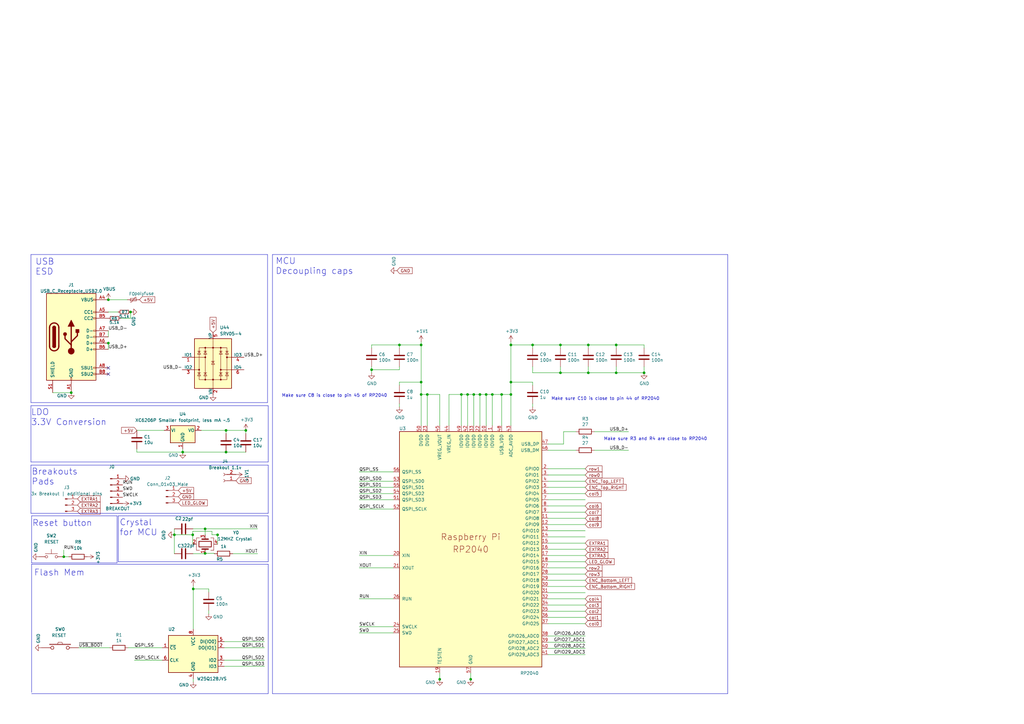
<source format=kicad_sch>
(kicad_sch (version 20230121) (generator eeschema)
  (paper "A3")
  (title_block (title "Rp2040 __template__") (date "2020-12-18") (rev "REV 0.1") (company "scattered_lenity.space"))
  (lib_symbols
    (symbol "Connector:Conn_01x02_Female" (pin_names (offset 1.016) hide)
      (property "Reference" "J" (at 0 2.54 0))
      (property "Value" "Conn_01x02_Female" (at 0 -5.08 0))
      (symbol "Conn_01x02_Female_1_1"
        (pin passive line (at -5.08 0 0) (length 3.81) (name "Pin_1") (number "1"))
        (pin passive line (at -5.08 -2.54 0) (length 3.81) (name "Pin_2") (number "2"))
      )
    )
    (symbol "Connector:Conn_01x03_Male" (pin_names (offset 1.016) hide)
      (property "Reference" "J" (at 0 5.08 0))
      (property "Value" "Conn_01x03_Male" (at 0 -5.08 0))
      (symbol "Conn_01x03_Male_1_1"
        (pin passive line (at 5.08 2.54 180) (length 3.81) (name "Pin_1") (number "1"))
        (pin passive line (at 5.08 0 180) (length 3.81) (name "Pin_2") (number "2"))
        (pin passive line (at 5.08 -2.54 180) (length 3.81) (name "Pin_3") (number "3"))
      )
    )
    (symbol "Connector:Conn_01x05_Male" (pin_names (offset 1.016) hide)
      (property "Reference" "J" (at 0 7.62 0))
      (property "Value" "Conn_01x05_Male" (at 0 -7.62 0))
      (symbol "Conn_01x05_Male_1_1"
        (pin passive line (at 5.08 5.08 180) (length 3.81) (name "Pin_1") (number "1"))
        (pin passive line (at 5.08 2.54 180) (length 3.81) (name "Pin_2") (number "2"))
        (pin passive line (at 5.08 0 180) (length 3.81) (name "Pin_3") (number "3"))
        (pin passive line (at 5.08 -2.54 180) (length 3.81) (name "Pin_4") (number "4"))
        (pin passive line (at 5.08 -5.08 180) (length 3.81) (name "Pin_5") (number "5"))
      )
    )
    (symbol "Connector:USB_C_Receptacle_USB2.0" (pin_names (offset 1.016))
      (property "Reference" "J" (at -10.16 19.05 0))
      (property "Value" "USB_C_Receptacle_USB2.0" (at 19.05 19.05 0))
      (symbol "USB_C_Receptacle_USB2.0_1_1"
        (pin passive line (at 0 -22.86 90) (length 5.08) (name "GND") (number "A1"))
        (pin passive line (at 0 -22.86 90) (length 5.08) hide (name "GND") (number "A12"))
        (pin passive line (at 15.24 15.24 180) (length 5.08) (name "VBUS") (number "A4"))
        (pin bidirectional line (at 15.24 10.16 180) (length 5.08) (name "CC1") (number "A5"))
        (pin bidirectional line (at 15.24 -2.54 180) (length 5.08) (name "D+") (number "A6"))
        (pin bidirectional line (at 15.24 2.54 180) (length 5.08) (name "D-") (number "A7"))
        (pin bidirectional line (at 15.24 -12.7 180) (length 5.08) (name "SBU1") (number "A8"))
        (pin passive line (at 15.24 15.24 180) (length 5.08) hide (name "VBUS") (number "A9"))
        (pin passive line (at 0 -22.86 90) (length 5.08) hide (name "GND") (number "B1"))
        (pin passive line (at 0 -22.86 90) (length 5.08) hide (name "GND") (number "B12"))
        (pin passive line (at 15.24 15.24 180) (length 5.08) hide (name "VBUS") (number "B4"))
        (pin bidirectional line (at 15.24 7.62 180) (length 5.08) (name "CC2") (number "B5"))
        (pin bidirectional line (at 15.24 -5.08 180) (length 5.08) (name "D+") (number "B6"))
        (pin bidirectional line (at 15.24 0 180) (length 5.08) (name "D-") (number "B7"))
        (pin bidirectional line (at 15.24 -15.24 180) (length 5.08) (name "SBU2") (number "B8"))
        (pin passive line (at 15.24 15.24 180) (length 5.08) hide (name "VBUS") (number "B9"))
        (pin passive line (at -7.62 -22.86 90) (length 5.08) (name "SHIELD") (number "S1"))
      )
    )
    (symbol "Device:C" (pin_numbers hide) (pin_names (offset 0.254))
      (property "Reference" "C" (at 0.635 2.54 0))
      (property "Value" "C" (at 0.635 -2.54 0))
      (symbol "C_1_1"
        (pin passive line (at 0 3.81 270) (length 2.794) (name "~") (number "1"))
        (pin passive line (at 0 -3.81 90) (length 2.794) (name "~") (number "2"))
      )
    )
    (symbol "Device:Crystal_GND24" (pin_names (offset 1.016) hide)
      (property "Reference" "Y" (at 3.175 5.08 0))
      (property "Value" "Crystal_GND24" (at 3.175 3.175 0))
      (symbol "Crystal_GND24_1_1"
        (pin passive line (at -3.81 0 0) (length 1.27) (name "1") (number "1"))
        (pin passive line (at 0 5.08 270) (length 1.27) (name "2") (number "2"))
        (pin passive line (at 3.81 0 180) (length 1.27) (name "3") (number "3"))
        (pin passive line (at 0 -5.08 90) (length 1.27) (name "4") (number "4"))
      )
    )
    (symbol "Device:Polyfuse_Small" (pin_numbers hide) (pin_names (offset 0))
      (property "Reference" "F" (at -1.905 0 90))
      (property "Value" "Polyfuse_Small" (at 1.905 0 90))
      (symbol "Polyfuse_Small_1_1"
        (pin passive line (at 0 2.54 270) (length 0.635) (name "~") (number "1"))
        (pin passive line (at 0 -2.54 90) (length 0.635) (name "~") (number "2"))
      )
    )
    (symbol "Device:R" (pin_numbers hide) (pin_names (offset 0))
      (property "Reference" "R" (at 2.032 0 90))
      (property "Value" "R" (at 0 0 90))
      (symbol "R_1_1"
        (pin passive line (at 0 3.81 270) (length 1.27) (name "~") (number "1"))
        (pin passive line (at 0 -3.81 90) (length 1.27) (name "~") (number "2"))
      )
    )
    (symbol "Device:R_Small" (pin_numbers hide) (pin_names (offset 0.254) hide)
      (property "Reference" "R" (at 0.762 0.508 0))
      (property "Value" "R_Small" (at 0.762 -1.016 0))
      (symbol "R_Small_1_1"
        (pin passive line (at 0 2.54 270) (length 0.762) (name "~") (number "1"))
        (pin passive line (at 0 -2.54 90) (length 0.762) (name "~") (number "2"))
      )
    )
    (symbol "MCU_RaspberryPi_RP2040:RP2040" (pin_names (offset 1.016))
      (property "Reference" "U" (at -29.21 49.53 0))
      (property "Value" "RP2040" (at 24.13 -49.53 0))
      (symbol "RP2040_0_0"
        (text "Raspberry Pi" (at 0 5.08 0) (effects (font (size 2.54 2.54))))
        (text "RP2040" (at 0 0 0) (effects (font (size 2.54 2.54))))
      )
      (symbol "RP2040_1_1"
        (pin power_in line (at 8.89 50.8 270) (length 2.54) (name "IOVDD") (number "1"))
        (pin power_in line (at 6.35 50.8 270) (length 2.54) (name "IOVDD") (number "10"))
        (pin bidirectional line (at 31.75 12.7 180) (length 2.54) (name "GPIO8") (number "11"))
        (pin bidirectional line (at 31.75 10.16 180) (length 2.54) (name "GPIO9") (number "12"))
        (pin bidirectional line (at 31.75 7.62 180) (length 2.54) (name "GPIO10") (number "13"))
        (pin bidirectional line (at 31.75 5.08 180) (length 2.54) (name "GPIO11") (number "14"))
        (pin bidirectional line (at 31.75 2.54 180) (length 2.54) (name "GPIO12") (number "15"))
        (pin bidirectional line (at 31.75 0 180) (length 2.54) (name "GPIO13") (number "16"))
        (pin bidirectional line (at 31.75 -2.54 180) (length 2.54) (name "GPIO14") (number "17"))
        (pin bidirectional line (at 31.75 -5.08 180) (length 2.54) (name "GPIO15") (number "18"))
        (pin passive line (at -12.7 -50.8 90) (length 2.54) (name "TESTEN") (number "19"))
        (pin bidirectional line (at 31.75 33.02 180) (length 2.54) (name "GPIO0") (number "2"))
        (pin input line (at -31.75 -2.54 0) (length 2.54) (name "XIN") (number "20"))
        (pin passive line (at -31.75 -7.62 0) (length 2.54) (name "XOUT") (number "21"))
        (pin power_in line (at 3.81 50.8 270) (length 2.54) (name "IOVDD") (number "22"))
        (pin power_in line (at -17.78 50.8 270) (length 2.54) (name "DVDD") (number "23"))
        (pin output line (at -31.75 -31.75 0) (length 2.54) (name "SWCLK") (number "24"))
        (pin bidirectional line (at -31.75 -34.29 0) (length 2.54) (name "SWD") (number "25"))
        (pin input line (at -31.75 -20.32 0) (length 2.54) (name "RUN") (number "26"))
        (pin bidirectional line (at 31.75 -7.62 180) (length 2.54) (name "GPIO16") (number "27"))
        (pin bidirectional line (at 31.75 -10.16 180) (length 2.54) (name "GPIO17") (number "28"))
        (pin bidirectional line (at 31.75 -12.7 180) (length 2.54) (name "GPIO18") (number "29"))
        (pin bidirectional line (at 31.75 30.48 180) (length 2.54) (name "GPIO1") (number "3"))
        (pin bidirectional line (at 31.75 -15.24 180) (length 2.54) (name "GPIO19") (number "30"))
        (pin bidirectional line (at 31.75 -17.78 180) (length 2.54) (name "GPIO20") (number "31"))
        (pin bidirectional line (at 31.75 -20.32 180) (length 2.54) (name "GPIO21") (number "32"))
        (pin power_in line (at 1.27 50.8 270) (length 2.54) (name "IOVDD") (number "33"))
        (pin bidirectional line (at 31.75 -22.86 180) (length 2.54) (name "GPIO22") (number "34"))
        (pin bidirectional line (at 31.75 -25.4 180) (length 2.54) (name "GPIO23") (number "35"))
        (pin bidirectional line (at 31.75 -27.94 180) (length 2.54) (name "GPIO24") (number "36"))
        (pin bidirectional line (at 31.75 -30.48 180) (length 2.54) (name "GPIO25") (number "37"))
        (pin bidirectional line (at 31.75 -35.56 180) (length 2.54) (name "GPIO26_ADC0") (number "38"))
        (pin bidirectional line (at 31.75 -38.1 180) (length 2.54) (name "GPIO27_ADC1") (number "39"))
        (pin bidirectional line (at 31.75 27.94 180) (length 2.54) (name "GPIO2") (number "4"))
        (pin bidirectional line (at 31.75 -40.64 180) (length 2.54) (name "GPIO28_ADC2") (number "40"))
        (pin bidirectional line (at 31.75 -43.18 180) (length 2.54) (name "GPIO29_ADC3") (number "41"))
        (pin power_in line (at -1.27 50.8 270) (length 2.54) (name "IOVDD") (number "42"))
        (pin power_in line (at 16.51 50.8 270) (length 2.54) (name "ADC_AVDD") (number "43"))
        (pin power_in line (at -8.89 50.8 270) (length 2.54) (name "VREG_IN") (number "44"))
        (pin power_out line (at -12.7 50.8 270) (length 2.54) (name "VREG_VOUT") (number "45"))
        (pin bidirectional line (at 31.75 40.64 180) (length 2.54) (name "USB_DM") (number "46"))
        (pin bidirectional line (at 31.75 43.18 180) (length 2.54) (name "USB_DP") (number "47"))
        (pin power_in line (at 12.7 50.8 270) (length 2.54) (name "USB_VDD") (number "48"))
        (pin power_in line (at -3.81 50.8 270) (length 2.54) (name "IOVDD") (number "49"))
        (pin bidirectional line (at 31.75 25.4 180) (length 2.54) (name "GPIO3") (number "5"))
        (pin power_in line (at -20.32 50.8 270) (length 2.54) (name "DVDD") (number "50"))
        (pin bidirectional line (at -31.75 20.32 0) (length 2.54) (name "QSPI_SD3") (number "51"))
        (pin output line (at -31.75 16.51 0) (length 2.54) (name "QSPI_SCLK") (number "52"))
        (pin bidirectional line (at -31.75 27.94 0) (length 2.54) (name "QSPI_SD0") (number "53"))
        (pin bidirectional line (at -31.75 22.86 0) (length 2.54) (name "QSPI_SD2") (number "54"))
        (pin bidirectional line (at -31.75 25.4 0) (length 2.54) (name "QSPI_SD1") (number "55"))
        (pin bidirectional line (at -31.75 31.75 0) (length 2.54) (name "QSPI_SS") (number "56"))
        (pin power_in line (at 0 -50.8 90) (length 2.54) (name "GND") (number "57"))
        (pin bidirectional line (at 31.75 22.86 180) (length 2.54) (name "GPIO4") (number "6"))
        (pin bidirectional line (at 31.75 20.32 180) (length 2.54) (name "GPIO5") (number "7"))
        (pin bidirectional line (at 31.75 17.78 180) (length 2.54) (name "GPIO6") (number "8"))
        (pin bidirectional line (at 31.75 15.24 180) (length 2.54) (name "GPIO7") (number "9"))
      )
    )
    (symbol "Memory_Flash:W25Q128JVS"
      (property "Reference" "U" (at -8.89 8.89 0))
      (property "Value" "W25Q128JVS" (at 7.62 8.89 0))
      (symbol "W25Q128JVS_1_1"
        (pin input line (at -12.7 2.54 0) (length 2.54) (name "~{CS}") (number "1"))
        (pin bidirectional line (at 12.7 2.54 180) (length 2.54) (name "DO(IO1)") (number "2"))
        (pin bidirectional line (at 12.7 -2.54 180) (length 2.54) (name "IO2") (number "3"))
        (pin power_in line (at 0 -10.16 90) (length 2.54) (name "GND") (number "4"))
        (pin bidirectional line (at 12.7 5.08 180) (length 2.54) (name "DI(IO0)") (number "5"))
        (pin input line (at -12.7 -2.54 0) (length 2.54) (name "CLK") (number "6"))
        (pin bidirectional line (at 12.7 -5.08 180) (length 2.54) (name "IO3") (number "7"))
        (pin power_in line (at 0 10.16 270) (length 2.54) (name "VCC") (number "8"))
      )
    )
    (symbol "Power_Protection:SRV05-4" (pin_names (offset 0))
      (property "Reference" "U" (at -5.08 11.43 0))
      (property "Value" "SRV05-4" (at 2.54 11.43 0))
      (symbol "SRV05-4_1_1"
        (pin passive line (at -12.7 2.54 0) (length 5.08) (name "IO1") (number "1"))
        (pin passive line (at 0 -12.7 90) (length 2.54) (name "VN") (number "2"))
        (pin passive line (at -12.7 -2.54 0) (length 5.08) (name "IO2") (number "3"))
        (pin passive line (at 12.7 2.54 180) (length 5.08) (name "IO3") (number "4"))
        (pin passive line (at 0 12.7 270) (length 2.54) (name "VP") (number "5"))
        (pin passive line (at 12.7 -2.54 180) (length 5.08) (name "IO4") (number "6"))
      )
    )
    (symbol "Regulator_Linear:XC6206PxxxMR" (pin_names (offset 0.254))
      (property "Reference" "U" (at -3.81 3.175 0))
      (property "Value" "XC6206PxxxMR" (at 0 3.175 0))
      (symbol "XC6206PxxxMR_1_1"
        (pin power_in line (at 0 -7.62 90) (length 2.54) (name "GND") (number "1"))
        (pin power_out line (at 7.62 0 180) (length 2.54) (name "VO") (number "2"))
        (pin power_in line (at -7.62 0 0) (length 2.54) (name "VI") (number "3"))
      )
    )
    (symbol "Switch:SW_Push" (pin_numbers hide) (pin_names (offset 1.016) hide)
      (property "Reference" "SW" (at 1.27 2.54 0))
      (property "Value" "SW_Push" (at 0 -1.524 0))
      (symbol "SW_Push_0_1"
        (pin passive line (at -5.08 0 0) (length 2.54) (name "1") (number "1"))
        (pin passive line (at 5.08 0 180) (length 2.54) (name "2") (number "2"))
      )
    )
    (symbol "cipulot_parts:SW_PUSH" (pin_numbers hide) (pin_names (offset 1.016) hide)
      (property "Reference" "SW" (at 3.81 2.794 0))
      (property "Value" "SW_PUSH" (at 0 -2.032 0))
      (symbol "SW_PUSH_0_1"
        (pin passive inverted (at -7.62 0 0) (length 5.08) (name "1") (number "1"))
        (pin passive inverted (at 7.62 0 180) (length 5.08) (name "2") (number "2"))
      )
    )
    (symbol "power:+1V1" (power) (pin_names (offset 0))
      (property "Value" "+1V1" (at 0 3.556 0))
      (symbol "+1V1_1_1"
        (pin power_in line (at 0 0 90) (length 0) hide (name "+1V1") (number "1"))
      )
    )
    (symbol "power:+3V3" (power) (pin_names (offset 0))
      (property "Value" "+3V3" (at 0 3.556 0))
      (symbol "+3V3_1_1"
        (pin power_in line (at 0 0 90) (length 0) hide (name "+3V3") (number "1"))
      )
    )
    (symbol "power:GND" (power) (pin_names (offset 0))
      (property "Value" "GND" (at 0 -3.81 0))
      (symbol "GND_1_1"
        (pin power_in line (at 0 0 270) (length 0) hide (name "GND") (number "1"))
      )
    )
    (symbol "power:VBUS" (power) (pin_names (offset 0))
      (property "Value" "VBUS" (at 0 3.81 0))
      (symbol "VBUS_1_1"
        (pin power_in line (at 0 0 90) (length 0) hide (name "VBUS") (number "1"))
      )
    )
  )
  (junction (at 209.55 156.718))
  (junction (at 44.45 122.936))
  (junction (at 241.3 152.908))
  (junction (at 189.23 161.798))
  (junction (at 191.77 161.798))
  (junction (at 44.45 140.716))
  (junction (at 92.71 185.42))
  (junction (at 29.21 161.036))
  (junction (at 100.838 176.53))
  (junction (at 79.248 241.554))
  (junction (at 194.31 161.798))
  (junction (at 71.5264 219.3544))
  (junction (at 84.1248 216.916))
  (junction (at 84.1248 226.9744))
  (junction (at 53.5432 127.9652))
  (junction (at 205.74 161.798))
  (junction (at 79.0448 219.3544))
  (junction (at 241.3 141.478))
  (junction (at 196.85 161.798))
  (junction (at 172.72 141.478))
  (junction (at 172.72 161.798))
  (junction (at 163.83 141.478))
  (junction (at 252.73 141.478))
  (junction (at 74.93 185.42))
  (junction (at 152.4 151.638))
  (junction (at 264.16 152.908))
  (junction (at 180.34 278.6126))
  (junction (at 193.04 278.6126))
  (junction (at 175.26 161.798))
  (junction (at 26.162 228.346))
  (junction (at 201.93 161.798))
  (junction (at 209.55 161.798))
  (junction (at 172.72 156.718))
  (junction (at 89.2302 219.3544))
  (junction (at 209.55 141.478))
  (junction (at 252.73 152.908))
  (junction (at 92.71 176.53))
  (junction (at 218.44 141.478))
  (junction (at 229.87 152.908))
  (junction (at 199.39 161.798))
  (junction (at 229.87 141.478))
  (no_connect (at 44.45 153.416))
  (no_connect (at 44.45 150.876))
  (wire (pts (xy 161.29 257.048) (xy 147.32 257.048)))
  (wire (pts (xy 79.1464 227.076) (xy 84.1248 227.076)))
  (wire (pts (xy 147.32 202.438) (xy 161.29 202.438)))
  (wire (pts (xy 224.79 220.218) (xy 240.03 220.218)))
  (wire (pts (xy 224.79 199.898) (xy 240.03 199.898)))
  (wire (pts (xy 201.93 161.798) (xy 205.74 161.798)))
  (wire (pts (xy 52.1462 122.936) (xy 52.1462 122.9106)))
  (wire (pts (xy 229.87 142.748) (xy 229.87 141.478)))
  (polyline (pts (xy 12.7 189.484) (xy 12.7 166.37)))
  (wire (pts (xy 85.598 241.554) (xy 79.248 241.554)))
  (wire (pts (xy 224.79 194.818) (xy 240.03 194.818)))
  (wire (pts (xy 82.55 176.53) (xy 92.71 176.53)))
  (wire (pts (xy 180.34 161.798) (xy 175.26 161.798)))
  (wire (pts (xy 147.32 197.358) (xy 161.29 197.358)))
  (wire (pts (xy 91.948 270.764) (xy 108.458 270.764)))
  (wire (pts (xy 147.32 199.898) (xy 161.29 199.898)))
  (wire (pts (xy 44.45 122.936) (xy 52.1462 122.936)))
  (polyline (pts (xy 12.7 210.566) (xy 12.7 190.754)))
  (wire (pts (xy 79.248 240.284) (xy 79.248 241.554)))
  (wire (pts (xy 199.39 174.498) (xy 199.39 161.798)))
  (wire (pts (xy 74.93 185.42) (xy 74.93 185.5216)))
  (wire (pts (xy 196.85 161.798) (xy 199.39 161.798)))
  (wire (pts (xy 86.9442 217.932) (xy 79.0448 217.932)))
  (wire (pts (xy 163.83 157.988) (xy 163.83 156.718)))
  (polyline (pts (xy 111.76 104.394) (xy 111.76 284.48)))
  (polyline (pts (xy 48.514 230.378) (xy 48.514 211.582)))
  (polyline (pts (xy 12.954 230.886) (xy 48.006 230.886)))
  (wire (pts (xy 53.5686 127.9652) (xy 53.5432 127.9652)))
  (wire (pts (xy 172.72 140.208) (xy 172.72 141.478)))
  (wire (pts (xy 180.34 276.098) (xy 180.34 278.6126)))
  (wire (pts (xy 224.79 222.758) (xy 240.03 222.758)))
  (wire (pts (xy 218.44 150.368) (xy 218.44 152.908)))
  (wire (pts (xy 100.838 177.8) (xy 100.838 176.53)))
  (polyline (pts (xy 12.954 283.972) (xy 12.954 231.394)))
  (wire (pts (xy 224.79 260.858) (xy 240.03 260.858)))
  (wire (pts (xy 71.5264 216.916) (xy 71.5264 219.3544)))
  (wire (pts (xy 175.26 174.498) (xy 175.26 161.798)))
  (wire (pts (xy 26.162 228.346) (xy 28.194 228.346)))
  (wire (pts (xy 224.79 268.478) (xy 240.03 268.478)))
  (wire (pts (xy 44.45 127.9652) (xy 44.45 128.016)))
  (wire (pts (xy 209.55 156.718) (xy 218.44 156.718)))
  (wire (pts (xy 89.2048 223.1644) (xy 89.2302 223.1644)))
  (polyline (pts (xy 12.7 165.1) (xy 12.7 104.394)))
  (wire (pts (xy 44.958 265.684) (xy 32.258 265.684)))
  (wire (pts (xy 209.55 140.208) (xy 209.55 141.478)))
  (wire (pts (xy 264.16 150.368) (xy 264.16 152.908)))
  (wire (pts (xy 44.45 140.716) (xy 44.45 143.256)))
  (wire (pts (xy 193.04 276.098) (xy 193.04 278.6126)))
  (wire (pts (xy 224.79 182.118) (xy 231.14 182.118)))
  (polyline (pts (xy 109.982 231.394) (xy 109.982 284.48)))
  (wire (pts (xy 224.79 207.518) (xy 240.03 207.518)))
  (wire (pts (xy 218.44 141.478) (xy 229.87 141.478)))
  (wire (pts (xy 224.79 243.078) (xy 240.03 243.078)))
  (wire (pts (xy 89.2302 219.3544) (xy 86.9442 219.3544)))
  (wire (pts (xy 224.79 210.058) (xy 240.03 210.058)))
  (wire (pts (xy 224.79 263.398) (xy 240.03 263.398)))
  (wire (pts (xy 56.134 185.42) (xy 74.93 185.42)))
  (polyline (pts (xy 12.954 284.48) (xy 109.982 284.48)))
  (wire (pts (xy 56.134 176.53) (xy 67.31 176.53)))
  (wire (pts (xy 26.162 225.552) (xy 26.162 228.346)))
  (wire (pts (xy 91.948 265.684) (xy 108.458 265.684)))
  (wire (pts (xy 224.79 184.658) (xy 236.22 184.658)))
  (wire (pts (xy 224.79 265.938) (xy 240.03 265.938)))
  (wire (pts (xy 224.79 212.598) (xy 240.03 212.598)))
  (wire (pts (xy 209.55 161.798) (xy 209.55 174.498)))
  (polyline (pts (xy 109.982 211.582) (xy 109.982 230.378)))
  (wire (pts (xy 87.884 226.9744) (xy 87.884 227.076)))
  (wire (pts (xy 86.9442 219.3544) (xy 86.9442 217.932)))
  (polyline (pts (xy 12.7 166.37) (xy 109.982 166.37)))
  (wire (pts (xy 79.0448 223.1644) (xy 79.0448 219.3544)))
  (wire (pts (xy 85.598 250.444) (xy 85.598 251.714)))
  (wire (pts (xy 84.1248 216.916) (xy 105.664 216.916)))
  (wire (pts (xy 49.53 130.556) (xy 53.5686 130.556)))
  (wire (pts (xy 180.34 174.498) (xy 180.34 161.798)))
  (wire (pts (xy 264.16 142.748) (xy 264.16 141.478)))
  (wire (pts (xy 224.79 232.918) (xy 240.03 232.918)))
  (wire (pts (xy 229.87 150.368) (xy 229.87 152.908)))
  (wire (pts (xy 79.248 241.554) (xy 79.248 258.064)))
  (wire (pts (xy 163.83 141.478) (xy 172.72 141.478)))
  (wire (pts (xy 152.4 141.478) (xy 163.83 141.478)))
  (wire (pts (xy 241.3 152.908) (xy 229.87 152.908)))
  (wire (pts (xy 224.79 240.538) (xy 240.03 240.538)))
  (polyline (pts (xy 109.728 104.394) (xy 109.728 165.1)))
  (polyline (pts (xy 12.7 165.1) (xy 109.728 165.1)))
  (wire (pts (xy 229.87 141.478) (xy 241.3 141.478)))
  (wire (pts (xy 172.72 161.798) (xy 172.72 174.498)))
  (wire (pts (xy 189.23 174.498) (xy 189.23 161.798)))
  (wire (pts (xy 89.2556 219.3544) (xy 89.2302 219.3544)))
  (wire (pts (xy 224.79 248.158) (xy 240.03 248.158)))
  (wire (pts (xy 201.93 161.798) (xy 201.93 174.498)))
  (wire (pts (xy 85.598 242.824) (xy 85.598 241.554)))
  (polyline (pts (xy 109.982 210.566) (xy 12.7 210.566)))
  (polyline (pts (xy 12.954 230.886) (xy 12.954 211.582)))
  (polyline (pts (xy 12.7 190.754) (xy 109.982 190.754)))
  (wire (pts (xy 161.29 259.588) (xy 147.32 259.588)))
  (wire (pts (xy 74.93 184.15) (xy 74.93 185.42)))
  (wire (pts (xy 191.77 161.798) (xy 194.31 161.798)))
  (wire (pts (xy 193.04 278.6126) (xy 193.04 278.638)))
  (wire (pts (xy 224.79 202.438) (xy 240.03 202.438)))
  (wire (pts (xy 21.59 161.036) (xy 29.21 161.036)))
  (polyline (pts (xy 109.982 230.378) (xy 48.514 230.378)))
  (wire (pts (xy 95.504 227.076) (xy 105.664 227.076)))
  (wire (pts (xy 100.838 176.53) (xy 92.71 176.53)))
  (polyline (pts (xy 12.954 211.582) (xy 48.006 211.582)))
  (wire (pts (xy 224.79 197.358) (xy 240.03 197.358)))
  (wire (pts (xy 55.118 270.764) (xy 66.548 270.764)))
  (wire (pts (xy 218.44 142.748) (xy 218.44 141.478)))
  (wire (pts (xy 224.79 204.978) (xy 240.03 204.978)))
  (polyline (pts (xy 12.954 231.394) (xy 109.982 231.394)))
  (wire (pts (xy 163.83 151.638) (xy 163.83 150.368)))
  (wire (pts (xy 218.44 157.988) (xy 218.44 156.718)))
  (wire (pts (xy 231.14 177.038) (xy 231.14 182.118)))
  (polyline (pts (xy 12.7 104.394) (xy 109.728 104.394)))
  (wire (pts (xy 241.3 150.368) (xy 241.3 152.908)))
  (polyline (pts (xy 109.982 190.754) (xy 109.982 210.566)))
  (wire (pts (xy 74.93 185.42) (xy 92.71 185.42)))
  (wire (pts (xy 44.45 135.636) (xy 44.45 138.176)))
  (polyline (pts (xy 111.76 284.48) (xy 298.45 284.48)))
  (wire (pts (xy 252.73 141.478) (xy 264.16 141.478)))
  (wire (pts (xy 194.31 161.798) (xy 196.85 161.798)))
  (wire (pts (xy 224.79 253.238) (xy 240.03 253.238)))
  (wire (pts (xy 71.5264 219.3544) (xy 79.0448 219.3544)))
  (wire (pts (xy 44.5262 140.6906) (xy 44.45 140.6906)))
  (wire (pts (xy 209.55 156.718) (xy 209.55 161.798)))
  (wire (pts (xy 241.3 141.478) (xy 252.73 141.478)))
  (wire (pts (xy 161.29 232.918) (xy 147.32 232.918)))
  (wire (pts (xy 152.4 151.638) (xy 163.83 151.638)))
  (wire (pts (xy 89.2302 219.3544) (xy 89.2302 223.1644)))
  (wire (pts (xy 92.71 185.42) (xy 100.838 185.42)))
  (wire (pts (xy 52.578 265.684) (xy 66.548 265.684)))
  (wire (pts (xy 252.73 142.748) (xy 252.73 141.478)))
  (wire (pts (xy 84.1248 227.076) (xy 84.1248 226.9744)))
  (wire (pts (xy 241.3 142.748) (xy 241.3 141.478)))
  (wire (pts (xy 224.79 237.998) (xy 240.03 237.998)))
  (wire (pts (xy 264.16 152.908) (xy 252.73 152.908)))
  (polyline (pts (xy 48.006 211.582) (xy 48.006 230.886)))
  (wire (pts (xy 243.84 177.038) (xy 257.81 177.038)))
  (wire (pts (xy 48.4632 127.9652) (xy 44.45 127.9652)))
  (wire (pts (xy 191.77 174.498) (xy 191.77 161.798)))
  (wire (pts (xy 92.71 177.8) (xy 92.71 176.53)))
  (polyline (pts (xy 298.45 284.48) (xy 298.45 104.394)))
  (wire (pts (xy 71.5264 219.3544) (xy 71.5264 227.076)))
  (wire (pts (xy 152.4 142.748) (xy 152.4 141.478)))
  (wire (pts (xy 205.74 174.498) (xy 205.74 161.798)))
  (wire (pts (xy 172.72 156.718) (xy 172.72 161.798)))
  (wire (pts (xy 224.79 255.778) (xy 240.03 255.778)))
  (wire (pts (xy 91.948 273.304) (xy 108.458 273.304)))
  (wire (pts (xy 152.4 150.368) (xy 152.4 151.638)))
  (wire (pts (xy 79.248 278.384) (xy 79.248 279.654)))
  (wire (pts (xy 161.29 245.618) (xy 147.32 245.618)))
  (wire (pts (xy 184.15 174.498) (xy 184.15 161.798)))
  (wire (pts (xy 79.0448 217.932) (xy 79.0448 219.3544)))
  (wire (pts (xy 180.34 278.6126) (xy 180.34 278.638)))
  (wire (pts (xy 224.79 227.838) (xy 240.03 227.838)))
  (wire (pts (xy 224.79 215.138) (xy 240.03 215.138)))
  (wire (pts (xy 224.79 235.458) (xy 240.03 235.458)))
  (wire (pts (xy 196.85 174.498) (xy 196.85 161.798)))
  (wire (pts (xy 194.31 174.498) (xy 194.31 161.798)))
  (polyline (pts (xy 109.982 166.37) (xy 109.982 189.484)))
  (wire (pts (xy 84.1248 226.9744) (xy 87.884 226.9744)))
  (polyline (pts (xy 48.514 211.582) (xy 109.982 211.582)))
  (wire (pts (xy 44.45 140.6906) (xy 44.45 140.716)))
  (wire (pts (xy 209.55 141.478) (xy 209.55 156.718)))
  (wire (pts (xy 184.15 161.798) (xy 189.23 161.798)))
  (polyline (pts (xy 298.45 104.394) (xy 111.76 104.394)))
  (wire (pts (xy 224.79 225.298) (xy 240.03 225.298)))
  (wire (pts (xy 224.79 217.678) (xy 240.03 217.678)))
  (wire (pts (xy 163.83 165.608) (xy 163.83 166.878)))
  (wire (pts (xy 163.83 142.748) (xy 163.83 141.478)))
  (wire (pts (xy 53.5686 130.556) (xy 53.5686 127.9652)))
  (wire (pts (xy 56.134 184.15) (xy 56.134 185.42)))
  (wire (pts (xy 252.73 150.368) (xy 252.73 152.908)))
  (wire (pts (xy 147.32 204.978) (xy 161.29 204.978)))
  (wire (pts (xy 224.79 250.698) (xy 240.03 250.698)))
  (wire (pts (xy 224.79 245.618) (xy 240.03 245.618)))
  (wire (pts (xy 205.74 161.798) (xy 209.55 161.798)))
  (wire (pts (xy 152.4 151.638) (xy 152.4 152.908)))
  (wire (pts (xy 252.73 152.908) (xy 241.3 152.908)))
  (wire (pts (xy 84.1248 216.916) (xy 84.1248 219.3544)))
  (wire (pts (xy 224.79 192.278) (xy 240.03 192.278)))
  (polyline (pts (xy 12.7 189.484) (xy 109.982 189.484)))
  (wire (pts (xy 209.55 141.478) (xy 218.44 141.478)))
  (wire (pts (xy 79.1464 216.916) (xy 84.1248 216.916)))
  (wire (pts (xy 163.83 156.718) (xy 172.72 156.718)))
  (wire (pts (xy 161.29 193.548) (xy 147.32 193.548)))
  (wire (pts (xy 147.32 227.838) (xy 161.29 227.838)))
  (wire (pts (xy 199.39 161.798) (xy 201.93 161.798)))
  (wire (pts (xy 172.72 141.478) (xy 172.72 156.718)))
  (wire (pts (xy 229.87 152.908) (xy 218.44 152.908)))
  (wire (pts (xy 91.948 263.144) (xy 108.458 263.144)))
  (wire (pts (xy 161.29 208.788) (xy 147.32 208.788)))
  (wire (pts (xy 189.23 161.798) (xy 191.77 161.798)))
  (wire (pts (xy 224.79 230.378) (xy 240.03 230.378)))
  (wire (pts (xy 231.14 177.038) (xy 236.22 177.038)))
  (wire (pts (xy 218.44 165.608) (xy 218.44 166.878)))
  (wire (pts (xy 243.84 184.658) (xy 257.81 184.658)))
  (wire (pts (xy 175.26 161.798) (xy 172.72 161.798)))
  (text "USB\nESD" (at 14.478 113.03 0) (effects (font (size 2.54 2.54)) (justify left bottom)))
  (text "Make sure C8 is close to pin 45 of RP2040" (at 115.57 163.068 0) (effects (font (size 1.27 1.27)) (justify left bottom)))
  (text "Breakouts\nPads\n" (at 12.954 199.136 0) (effects (font (size 2.54 2.54)) (justify left bottom)))
  (text "Make sure R3 and R4 are close to RP2040" (at 247.65 180.848 0) (effects (font (size 1.27 1.27)) (justify left bottom)))
  (text "Crystal\nfor MCU" (at 49.022 219.964 0) (effects (font (size 2.54 2.54)) (justify left bottom)))
  (text "Flash Mem " (at 13.97 236.474 0) (effects (font (size 2.54 2.54)) (justify left bottom)))
  (text "MCU\nDecoupling caps " (at 113.03 112.776 0) (effects (font (size 2.54 2.54)) (justify left bottom)))
  (text "Make sure C10 is close to pin 44 of RP2040" (at 226.06 164.338 0) (effects (font (size 1.27 1.27)) (justify left bottom)))
  (text "Reset button\n" (at 13.208 216.154 0) (effects (font (size 2.54 2.54)) (justify left bottom)))
  (text "LDO\n3.3V Conversion\n" (at 12.7 174.752 0) (effects (font (size 2.54 2.54)) (justify left bottom)))
  (label "RUN" (at 50.292 198.882 0))
  (label "QSPI_SD2" (at 108.458 270.764 180))
  (label "XIN" (at 147.32 227.838 0))
  (label "QSPI_SS" (at 55.118 265.684 0))
  (label "RUN" (at 147.32 245.618 0))
  (label "RUN" (at 26.162 225.552 0))
  (label "SWD" (at 50.292 201.422 0))
  (label "USB_D+" (at 44.45 143.256 0))
  (label "USB_D+" (at 100.076 146.558 0))
  (label "~{USB_BOOT}" (at 32.258 265.684 0))
  (label "GPIO27_ADC1" (at 240.03 263.398 180))
  (label "XIN" (at 105.664 216.916 180))
  (label "QSPI_SS" (at 147.32 193.548 0))
  (label "QSPI_SCLK" (at 55.118 270.764 0))
  (label "XOUT" (at 105.664 227.076 180))
  (label "QSPI_SD1" (at 147.32 199.898 0))
  (label "USB_D-" (at 44.45 135.636 0))
  (label "SWD" (at 147.32 259.588 0))
  (label "XOUT" (at 147.32 232.918 0))
  (label "QSPI_SD0" (at 147.32 197.358 0))
  (label "USB_D+" (at 257.81 177.038 180))
  (label "QSPI_SD3" (at 147.32 204.978 0))
  (label "QSPI_SD0" (at 108.458 263.144 180))
  (label "GPIO28_ADC2" (at 240.03 265.938 180))
  (label "USB_D-" (at 257.81 184.658 180))
  (label "GPIO26_ADC0" (at 240.03 260.858 180))
  (label "USB_D-" (at 74.676 151.638 180))
  (label "QSPI_SD1" (at 108.458 265.684 180))
  (label "QSPI_SD3" (at 108.458 273.304 180))
  (label "QSPI_SCLK" (at 147.32 208.788 0))
  (label "SWCLK" (at 147.32 257.048 0))
  (label "QSPI_SD2" (at 147.32 202.438 0))
  (label "SWCLK" (at 50.292 203.962 0))
  (label "GPIO29_ADC3" (at 240.03 268.478 180))
  (global_label "GND" (shape input) (at 73.152 203.708 0) (property "Intersheetrefs" "${INTERSHEET_REFS}" (effects hide)))
  (global_label "row0" (shape input) (at 240.03 194.818 0) (property "Intersheetrefs" "${INTERSHEET_REFS}" (effects hide)))
  (global_label "row2" (shape input) (at 240.03 232.918 0) (property "Intersheetrefs" "${INTERSHEET_REFS}" (effects hide)))
  (global_label "GND" (shape input) (at 96.774 197.1548 0) (property "Intersheetrefs" "${INTERSHEET_REFS}" (effects hide)))
  (global_label "col7" (shape input) (at 240.03 210.058 0) (property "Intersheetrefs" "${INTERSHEET_REFS}" (effects hide)))
  (global_label "+5V" (shape input) (at 73.152 201.168 0) (property "Intersheetrefs" "${INTERSHEET_REFS}" (effects hide)))
  (global_label "col2" (shape input) (at 240.03 250.698 0) (property "Intersheetrefs" "${INTERSHEET_REFS}" (effects hide)))
  (global_label "row3" (shape input) (at 240.03 235.458 0) (property "Intersheetrefs" "${INTERSHEET_REFS}" (effects hide)))
  (global_label "EXTRA1" (shape input) (at 240.03 222.758 0) (property "Intersheetrefs" "${INTERSHEET_REFS}" (effects hide)))
  (global_label "+5V" (shape input) (at 56.134 176.53 180) (property "Intersheetrefs" "${INTERSHEET_REFS}" (effects hide)))
  (global_label "LED_GLOW" (shape input) (at 73.152 206.248 0) (property "Intersheetrefs" "${INTERSHEET_REFS}" (effects hide)))
  (global_label "ENC_Bottom_LEFT" (shape input) (at 240.03 237.998 0) (property "Intersheetrefs" "${INTERSHEET_REFS}" (effects hide)))
  (global_label "col0" (shape input) (at 240.03 255.778 0) (property "Intersheetrefs" "${INTERSHEET_REFS}" (effects hide)))
  (global_label "+5V" (shape input) (at 87.376 136.398 90) (property "Intersheetrefs" "${INTERSHEET_REFS}" (effects hide)))
  (global_label "LED_GLOW" (shape input) (at 240.03 230.378 0) (property "Intersheetrefs" "${INTERSHEET_REFS}" (effects hide)))
  (global_label "ENC_Top_RIGHT" (shape input) (at 240.03 199.898 0) (property "Intersheetrefs" "${INTERSHEET_REFS}" (effects hide)))
  (global_label "GND" (shape input) (at 162.814 110.998 0) (property "Intersheetrefs" "${INTERSHEET_REFS}" (effects hide)))
  (global_label "+5V" (shape input) (at 57.2262 122.9106 0) (property "Intersheetrefs" "${INTERSHEET_REFS}" (effects hide)))
  (global_label "col9" (shape input) (at 240.03 215.138 0) (property "Intersheetrefs" "${INTERSHEET_REFS}" (effects hide)))
  (global_label "ENC_Bottom_RIGHT" (shape input) (at 240.03 240.538 0) (property "Intersheetrefs" "${INTERSHEET_REFS}" (effects hide)))
  (global_label "EXTRA3" (shape input) (at 31.8008 209.7024 0) (property "Intersheetrefs" "${INTERSHEET_REFS}" (effects hide)))
  (global_label "col8" (shape input) (at 240.03 212.598 0) (property "Intersheetrefs" "${INTERSHEET_REFS}" (effects hide)))
  (global_label "row1" (shape input) (at 240.03 192.278 0) (property "Intersheetrefs" "${INTERSHEET_REFS}" (effects hide)))
  (global_label "col5" (shape input) (at 240.03 202.438 0) (property "Intersheetrefs" "${INTERSHEET_REFS}" (effects hide)))
  (global_label "col6" (shape input) (at 240.03 207.518 0) (property "Intersheetrefs" "${INTERSHEET_REFS}" (effects hide)))
  (global_label "col1" (shape input) (at 240.03 253.238 0) (property "Intersheetrefs" "${INTERSHEET_REFS}" (effects hide)))
  (global_label "EXTRA2" (shape input) (at 240.03 225.298 0) (property "Intersheetrefs" "${INTERSHEET_REFS}" (effects hide)))
  (global_label "col3" (shape input) (at 240.03 248.158 0) (property "Intersheetrefs" "${INTERSHEET_REFS}" (effects hide)))
  (global_label "EXTRA3" (shape input) (at 240.03 227.838 0) (property "Intersheetrefs" "${INTERSHEET_REFS}" (effects hide)))
  (global_label "ENC_Top_LEFT" (shape input) (at 240.03 197.358 0) (property "Intersheetrefs" "${INTERSHEET_REFS}" (effects hide)))
  (global_label "col4" (shape input) (at 240.03 245.618 0) (property "Intersheetrefs" "${INTERSHEET_REFS}" (effects hide)))
  (global_label "EXTRA2" (shape input) (at 31.8008 207.1624 0) (property "Intersheetrefs" "${INTERSHEET_REFS}" (effects hide)))
  (global_label "EXTRA1" (shape input) (at 31.8008 204.6224 0) (property "Intersheetrefs" "${INTERSHEET_REFS}" (effects hide)))
  (symbol (lib_id "MCU_RaspberryPi_RP2040:RP2040") (at 193.04 225.298 0) (unit 1)
    (property "Reference" "U3" (at 165.1 175.768 0))
    (property "Value" "RP2040" (at 217.17 276.098 0))
    (property "Footprint" "RP2040:RP2040-QFN-56" (effects hide))
    (property "LCSC" "C2040" (effects hide))
  )
  (symbol (lib_id "Device:C") (at 75.3364 216.916 270) (unit 1)
    (property "Reference" "C2" (at 71.8312 212.6488 90) (effects (justify left)))
    (property "Value" "22pf" (at 74.676 212.9028 90) (effects (justify left)))
    (property "Footprint" "Capacitor_SMD:C_0805_2012Metric" (effects hide))
    (property "LCSC" "C1804" (effects hide))
  )
  (symbol (lib_id "Device:C") (at 75.3364 227.076 270) (unit 1)
    (property "Reference" "C3" (at 72.8218 223.8756 90) (effects (justify left)))
    (property "Value" "22pf" (at 75.3618 223.774 90) (effects (justify left)))
    (property "Footprint" "Capacitor_SMD:C_0805_2012Metric" (effects hide))
    (property "LCSC" "C1804" (effects hide))
  )
  (symbol (lib_id "power:GND") (at 71.5264 219.3544 270) (unit 1)
    (property "Reference" "#PWR06" (effects hide))
    (property "Value" "GND" (at 67.1322 219.4814 0))
  )
  (symbol (lib_id "Memory_Flash:W25Q128JVS") (at 79.248 268.224 0) (unit 1)
    (property "Reference" "U2" (at 70.358 258.064 0))
    (property "Value" "W25Q128JVS" (at 86.868 278.384 0))
    (property "Footprint" "Package_SO:SOIC-8_5.23x5.23mm_P1.27mm" (effects hide))
    (property "Datasheet" "http://www.winbond.com/resource-files/w25q128jv_dtr%20revc%2003272018%20plus.pdf" (effects hide))
    (property "LCSC" "C97521" (effects hide))
  )
  (symbol (lib_id "power:+3V3") (at 79.248 240.284 0) (unit 1)
    (property "Reference" "#PWR07" (effects hide))
    (property "Value" "+3V3" (at 79.629 235.8898 0))
  )
  (symbol (lib_id "power:GND") (at 79.248 279.654 0) (unit 1)
    (property "Reference" "#PWR08" (effects hide))
    (property "Value" "GND" (at 75.438 280.924 0))
  )
  (symbol (lib_id "Device:R") (at 48.768 265.684 270) (unit 1)
    (property "Reference" "R1" (at 48.768 260.4262 90))
    (property "Value" "1k" (at 48.768 262.7376 90))
    (property "Footprint" "Resistor_SMD:R_0805_2012Metric" (effects hide))
    (property "LCSC" "C115316" (effects hide))
  )
  (symbol (lib_id "Device:C") (at 85.598 246.634 0) (unit 1)
    (property "Reference" "C5" (at 88.519 245.4656 0) (effects (justify left)))
    (property "Value" "100n" (at 88.519 247.777 0) (effects (justify left)))
    (property "Footprint" "Capacitor_SMD:C_0805_2012Metric" (effects hide))
    (property "LCSC" "C49678" (effects hide))
  )
  (symbol (lib_id "power:GND") (at 85.598 251.714 0) (unit 1)
    (property "Reference" "#PWR011" (effects hide))
    (property "Value" "GND" (at 89.408 252.984 0))
  )
  (symbol (lib_id "Device:R") (at 240.03 177.038 270) (unit 1)
    (property "Reference" "R3" (at 240.03 171.7802 90))
    (property "Value" "27" (at 240.03 174.0916 90))
    (property "Footprint" "Resistor_SMD:R_0805_2012Metric" (effects hide))
    (property "LCSC" "C104170" (effects hide))
  )
  (symbol (lib_id "Device:R") (at 240.03 184.658 270) (unit 1)
    (property "Reference" "R4" (at 240.03 179.4002 90))
    (property "Value" "27" (at 240.03 181.7116 90))
    (property "Footprint" "Resistor_SMD:R_0805_2012Metric" (effects hide))
    (property "LCSC" "C104170" (effects hide))
  )
  (symbol (lib_id "power:+3V3") (at 209.55 140.208 0) (unit 1)
    (property "Reference" "#PWR017" (effects hide))
    (property "Value" "+3V3" (at 209.931 135.8138 0))
  )
  (symbol (lib_id "power:+1V1") (at 172.72 140.208 0) (unit 1)
    (property "Reference" "#PWR014" (effects hide))
    (property "Value" "+1V1" (at 173.101 135.8138 0))
  )
  (symbol (lib_id "Device:C") (at 218.44 146.558 0) (unit 1)
    (property "Reference" "C9" (at 221.361 145.3896 0) (effects (justify left)))
    (property "Value" "100n" (at 221.361 147.701 0) (effects (justify left)))
    (property "Footprint" "Capacitor_SMD:C_0805_2012Metric" (effects hide))
    (property "LCSC" "C49678" (effects hide))
  )
  (symbol (lib_id "Device:C") (at 229.87 146.558 0) (unit 1)
    (property "Reference" "C11" (at 232.791 145.3896 0) (effects (justify left)))
    (property "Value" "100n" (at 232.791 147.701 0) (effects (justify left)))
    (property "Footprint" "Capacitor_SMD:C_0805_2012Metric" (effects hide))
    (property "LCSC" "C49678" (effects hide))
  )
  (symbol (lib_id "Device:C") (at 241.3 146.558 0) (unit 1)
    (property "Reference" "C12" (at 244.221 145.3896 0) (effects (justify left)))
    (property "Value" "100n" (at 244.221 147.701 0) (effects (justify left)))
    (property "Footprint" "Capacitor_SMD:C_0805_2012Metric" (effects hide))
    (property "LCSC" "C49678" (effects hide))
  )
  (symbol (lib_id "Device:C") (at 252.73 146.558 0) (unit 1)
    (property "Reference" "C13" (at 255.651 145.3896 0) (effects (justify left)))
    (property "Value" "100n" (at 255.651 147.701 0) (effects (justify left)))
    (property "Footprint" "Capacitor_SMD:C_0805_2012Metric" (effects hide))
    (property "LCSC" "C49678" (effects hide))
  )
  (symbol (lib_id "Device:C") (at 264.16 146.558 0) (unit 1)
    (property "Reference" "C14" (at 267.081 145.3896 0) (effects (justify left)))
    (property "Value" "100n" (at 267.081 147.701 0) (effects (justify left)))
    (property "Footprint" "Capacitor_SMD:C_0805_2012Metric" (effects hide))
    (property "LCSC" "C49678" (effects hide))
  )
  (symbol (lib_id "Device:C") (at 152.4 146.558 0) (unit 1)
    (property "Reference" "C6" (at 155.321 145.3896 0) (effects (justify left)))
    (property "Value" "100n" (at 155.321 147.701 0) (effects (justify left)))
    (property "Footprint" "Capacitor_SMD:C_0805_2012Metric" (effects hide))
    (property "LCSC" "C49678" (effects hide))
  )
  (symbol (lib_id "Device:C") (at 163.83 146.558 0) (unit 1)
    (property "Reference" "C7" (at 166.751 145.3896 0) (effects (justify left)))
    (property "Value" "100n" (at 166.751 147.701 0) (effects (justify left)))
    (property "Footprint" "Capacitor_SMD:C_0805_2012Metric" (effects hide))
    (property "LCSC" "C49678" (effects hide))
  )
  (symbol (lib_id "Device:C") (at 163.83 161.798 0) (unit 1)
    (property "Reference" "C8" (at 166.751 160.6296 0) (effects (justify left)))
    (property "Value" "1u" (at 166.751 162.941 0) (effects (justify left)))
    (property "Footprint" "Capacitor_SMD:C_0805_2012Metric" (effects hide))
    (property "LCSC" "C28323" (effects hide))
  )
  (symbol (lib_id "Device:C") (at 218.44 161.798 0) (unit 1)
    (property "Reference" "C10" (at 221.361 160.6296 0) (effects (justify left)))
    (property "Value" "1u" (at 221.361 162.941 0) (effects (justify left)))
    (property "Footprint" "Capacitor_SMD:C_0805_2012Metric" (effects hide))
    (property "LCSC" "C28323" (effects hide))
  )
  (symbol (lib_id "power:GND") (at 264.16 152.908 0) (unit 1)
    (property "Reference" "#PWR023" (effects hide))
    (property "Value" "GND" (at 264.287 157.3022 0))
  )
  (symbol (lib_id "power:GND") (at 152.4 152.908 0) (unit 1)
    (property "Reference" "#PWR012" (effects hide))
    (property "Value" "GND" (at 152.527 157.3022 0))
  )
  (symbol (lib_id "power:GND") (at 163.83 166.878 0) (unit 1)
    (property "Reference" "#PWR013" (effects hide))
    (property "Value" "GND" (at 163.957 171.2722 0))
  )
  (symbol (lib_id "power:GND") (at 218.44 166.878 0) (unit 1)
    (property "Reference" "#PWR018" (effects hide))
    (property "Value" "GND" (at 218.567 171.2722 0))
  )
  (symbol (lib_id "power:VBUS") (at 44.45 122.936 0) (unit 1)
    (property "Reference" "#PWR03" (effects hide))
    (property "Value" "VBUS" (at 44.831 118.5418 0))
  )
  (symbol (lib_id "power:GND") (at 74.93 185.42 0) (unit 1)
    (property "Reference" "#PWR05" (effects hide))
    (property "Value" "GND" (at 71.12 186.69 0))
  )
  (symbol (lib_id "power:+3V3") (at 100.838 176.53 0) (unit 1)
    (property "Reference" "#PWR09" (effects hide))
    (property "Value" "+3V3" (at 101.219 172.1358 0))
  )
  (symbol (lib_id "Device:C") (at 56.134 180.34 0) (unit 1)
    (property "Reference" "C1" (at 59.055 179.1716 0) (effects (justify left)))
    (property "Value" "10u" (at 59.055 181.483 0) (effects (justify left)))
    (property "Footprint" "Capacitor_SMD:C_0805_2012Metric" (effects hide))
    (property "LCSC" "C91245" (effects hide))
  )
  (symbol (lib_id "Device:C") (at 92.71 181.61 0) (unit 1)
    (property "Reference" "C4" (at 95.631 180.4416 0) (effects (justify left)))
    (property "Value" "10u" (at 95.631 182.753 0) (effects (justify left)))
    (property "Footprint" "Capacitor_SMD:C_0805_2012Metric" (effects hide))
    (property "LCSC" "C91245" (effects hide))
  )
  (symbol (lib_id "Device:R") (at 91.694 227.076 270) (unit 1)
    (property "Reference" "R5" (at 90.1192 229.362 90))
    (property "Value" "1k" (at 91.694 224.1296 90))
    (property "Footprint" "Resistor_SMD:R_0805_2012Metric" (effects hide))
    (property "LCSC" "C115316" (effects hide))
  )
  (symbol (lib_id "Device:C") (at 100.838 181.61 0) (unit 1)
    (property "Reference" "C17" (at 103.759 180.4416 0) (effects (justify left)))
    (property "Value" "10u" (at 103.759 182.753 0) (effects (justify left)))
    (property "Footprint" "Capacitor_SMD:C_0805_2012Metric" (effects hide))
    (property "LCSC" "C91245" (effects hide))
  )
  (symbol (lib_id "power:GND") (at 162.814 110.998 270) (unit 1)
    (property "Reference" "#PWR0109" (effects hide))
    (property "Value" "GND" (at 161.544 107.188 0))
  )
  (symbol (lib_id "Device:R_Small") (at 51.0032 127.9652 90) (unit 1)
    (property "Reference" "R7" (at 51.054 128.0414 90))
    (property "Value" "5.1k" (at 50.9778 129.7432 90))
    (property "Footprint" "Resistor_SMD:R_0805_2012Metric" (effects hide))
    (property "LCSC" "C27834" (effects hide))
  )
  (symbol (lib_id "Connector:USB_C_Receptacle_USB2.0") (at 29.21 138.176 0) (unit 1)
    (property "Reference" "J1" (at 29.21 116.84 0))
    (property "Value" "USB_C_Receptacle_USB2.0" (at 29.21 119.38 0))
    (property "Footprint" "Connector_USB:USB_C_Receptacle_HRO_TYPE-C-31-M-12" (effects hide))
    (property "Datasheet" "https://www.usb.org/sites/default/files/documents/usb_type-c.zip" (effects hide))
    (property "LCSC" "C165948" (effects hide))
  )
  (symbol (lib_id "cipulot_parts:SW_PUSH") (at 24.638 265.684 0) (unit 1)
    (property "Reference" "SW0" (at 24.638 258.064 0))
    (property "Value" "RESET " (at 24.638 260.604 0))
    (property "Footprint" "Keebio-Parts:SW_SPST_TL3342" (effects hide))
    (property "LCSC" "C2886894" (effects hide))
  )
  (symbol (lib_id "power:GND") (at 50.292 196.342 90) (unit 1)
    (property "Reference" "#PWR0102" (effects hide))
    (property "Value" "GND" (at 55.372 196.342 90))
  )
  (symbol (lib_id "power:GND") (at 87.376 161.798 0) (unit 1)
    (property "Reference" "#PWR0103" (effects hide))
    (property "Value" "GND" (at 83.566 163.068 0))
  )
  (symbol (lib_id "power:+3V3") (at 35.814 228.346 270) (unit 1)
    (property "Reference" "#PWR0111" (effects hide))
    (property "Value" "+3V3" (at 40.2082 228.727 0))
  )
  (symbol (lib_id "power:GND") (at 29.21 161.036 0) (unit 1)
    (property "Reference" "#PWR0101" (effects hide))
    (property "Value" "GND" (at 25.4 162.306 0))
  )
  (symbol (lib_id "power:GND") (at 17.018 265.684 270) (unit 1)
    (property "Reference" "#PWR0104" (effects hide))
    (property "Value" "GND" (at 15.748 261.874 0))
  )
  (symbol (lib_id "Device:Polyfuse_Small") (at 54.6862 122.9106 90) (unit 1)
    (property "Reference" "F0" (at 54.1274 120.5484 90))
    (property "Value" "polyfuse" (at 59.1312 120.3706 90))
    (property "Footprint" "Fuse:Fuse_1206_3216Metric" (effects hide))
    (property "LCSC" "C69688" (effects hide))
  )
  (symbol (lib_id "Connector:Conn_01x05_Male") (at 45.212 201.422 0) (unit 1)
    (property "Reference" "J0" (at 45.847 191.4398 0))
    (property "Value" "BREAKOUT" (at 48.2346 208.6102 0))
    (property "Footprint" "Connector_PinSocket_2.54mm:PinSocket_1x05_P2.54mm_Vertical" (effects hide))
  )
  (symbol (lib_id "power:GND") (at 16.002 228.346 270) (unit 1)
    (property "Reference" "#PWR0110" (effects hide))
    (property "Value" "GND" (at 14.732 224.536 0))
  )
  (symbol (lib_id "Device:R") (at 32.004 228.346 90) (unit 1)
    (property "Reference" "R8" (at 32.004 222.25 90))
    (property "Value" "10k" (at 32.004 224.79 90))
    (property "Footprint" "Resistor_SMD:R_0805_2012Metric" (effects hide))
    (property "LCSC" "C115309" (effects hide))
  )
  (symbol (lib_id "power:GND") (at 180.34 278.6126 0) (unit 1)
    (property "Reference" "#PWR0105" (effects hide))
    (property "Value" "GND" (at 176.53 279.8826 0))
  )
  (symbol (lib_id "Regulator_Linear:XC6206PxxxMR") (at 74.93 176.53 0) (unit 1)
    (property "Reference" "U4" (at 74.93 169.8244 0))
    (property "Value" "XC6206P Smaller footprint, less mA ~.5" (at 74.93 172.3644 0))
    (property "Footprint" "Package_TO_SOT_SMD:SOT-23" (effects hide))
    (property "Datasheet" "`" (effects hide))
    (property "LCSC" "C347376" (effects hide))
  )
  (symbol (lib_id "power:+3V3") (at 50.292 206.502 270) (unit 1)
    (property "Reference" "#PWR0107" (effects hide))
    (property "Value" "+3V3" (at 55.5244 206.4766 90))
  )
  (symbol (lib_id "Connector:Conn_01x02_Female") (at 91.694 197.1548 180) (unit 1)
    (property "Reference" "J4" (at 92.329 189.23 0))
    (property "Value" "Breakout 1.1v" (at 92.329 191.77 0))
    (property "Footprint" "Connector_PinHeader_2.54mm:PinHeader_1x02_P2.54mm_Vertical" (effects hide))
  )
  (symbol (lib_id "Connector:Conn_01x03_Male") (at 26.7208 207.1624 0) (unit 1)
    (property "Reference" "J3" (at 27.3558 199.9488 0))
    (property "Value" "3x Breakout | additional pins" (at 27.3558 202.4888 0))
    (property "Footprint" "Connector_PinHeader_2.54mm:PinHeader_1x03_P2.54mm_Vertical" (effects hide))
  )
  (symbol (lib_id "Device:Crystal_GND24") (at 84.1248 223.1644 90) (unit 1)
    (property "Reference" "Y0" (at 96.774 218.4654 90))
    (property "Value" "12MHZ Crystal " (at 96.774 221.0054 90))
    (property "Footprint" "Crystal:Crystal_SMD_3225-4Pin_3.2x2.5mm" (effects hide))
    (property "LCSC" "C9002" (effects hide))
  )
  (symbol (lib_id "power:GND") (at 193.04 278.6126 0) (unit 1)
    (property "Reference" "#PWR0106" (effects hide))
    (property "Value" "GND" (at 189.23 279.8826 0))
  )
  (symbol (lib_id "Connector:Conn_01x03_Male") (at 68.072 203.708 0) (unit 1)
    (property "Reference" "J2" (at 68.707 196.088 0))
    (property "Value" "Conn_01x03_Male" (at 68.707 198.628 0))
    (property "Footprint" "Connector_PinSocket_2.00mm:PinSocket_1x03_P2.00mm_Vertical" (effects hide))
  )
  (symbol (lib_id "power:GND") (at 53.5432 127.9652 90) (unit 1)
    (property "Reference" "#PWR0108" (effects hide))
    (property "Value" "GND" (at 54.8132 131.7752 0))
  )
  (symbol (lib_id "Device:R_Small") (at 46.99 130.556 90) (unit 1)
    (property "Reference" "R6" (at 46.9138 130.6068 90))
    (property "Value" "5.1k" (at 46.9138 132.207 90))
    (property "Footprint" "Resistor_SMD:R_0805_2012Metric" (effects hide))
    (property "LCSC" "C27834" (effects hide))
  )
  (symbol (lib_id "power:+1V1") (at 96.774 194.6148 270) (unit 1)
    (property "Reference" "#PWR0113" (effects hide))
    (property "Value" "+1V1" (at 101.1682 194.9958 0))
  )
  (symbol (lib_id "Power_Protection:SRV05-4") (at 87.376 149.098 0) (unit 1)
    (property "Reference" "U44" (at 90.1447 134.3406 0) (effects (justify left)))
    (property "Value" "SRV05-4" (at 90.1447 136.8806 0) (effects (justify left)))
    (property "Footprint" "Package_TO_SOT_SMD:SOT-23-6" (effects hide))
    (property "Datasheet" "http://www.onsemi.com/pub/Collateral/SRV05-4-D.PDF" (effects hide))
    (property "LCSC" "C85364" (effects hide))
  )
  (symbol (lib_id "Switch:SW_Push") (at 21.082 228.346 0) (unit 1)
    (property "Reference" "SW2" (at 21.082 219.71 0))
    (property "Value" "RESET" (at 21.082 222.25 0))
    (property "Footprint" "Keebio-Parts:SW_SPST_TL3342" (effects hide))
    (property "LCSC" "C2886894" (effects hide))
  )
)
</source>
